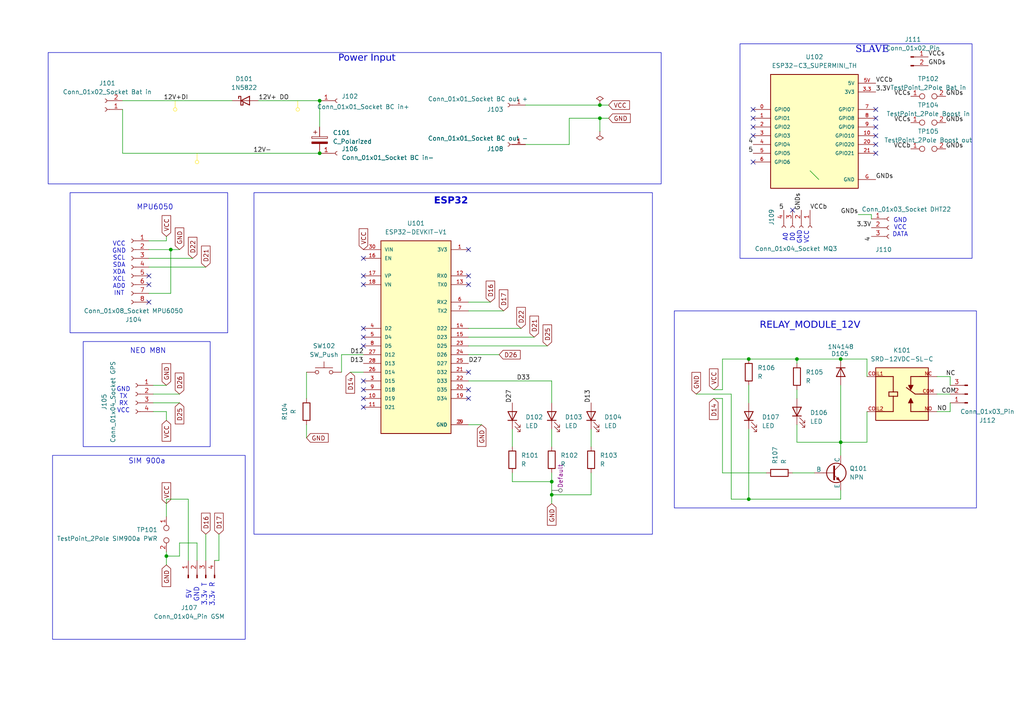
<source format=kicad_sch>
(kicad_sch (version 20250114) (generator "eeschema") (generator_version "9.0")
  (paper "A4")
  (lib_symbols
    (symbol "Connector:Conn_01x01_Socket" (pin_names (offset 1.016) (hide yes))
      (property "Reference" "J" (at 0 2.54 0))
      (property "Value" "Conn_01x01_Socket" (at 0 -2.54 0))
      (symbol "Conn_01x01_Socket_1_1"
        (polyline (pts (xy -1.27 0) (xy -0.508 0)) (stroke (width 0.1524)))
        (arc (start 0 -0.508) (mid -0.5058 0) (end 0 0.508) (stroke (width 0.1524)))
        (pin passive line (at -5.08 0 0) (length 3.81) (name "Pin_1") (number "1"))
      )
    )
    (symbol "Connector:Conn_01x02_Pin" (pin_names (offset 1.016) (hide yes))
      (property "Reference" "J" (at 0 2.54 0))
      (property "Value" "Conn_01x02_Pin" (at 0 -5.08 0))
      (symbol "Conn_01x02_Pin_1_1"
        (rectangle (start 0.8636 0.127) (end 0 -0.127) (stroke (width 0.1524)) (fill (type outline)))
        (rectangle (start 0.8636 -2.413) (end 0 -2.667) (stroke (width 0.1524)) (fill (type outline)))
        (polyline (pts (xy 1.27 0) (xy 0.8636 0)) (stroke (width 0.1524)))
        (polyline (pts (xy 1.27 -2.54) (xy 0.8636 -2.54)) (stroke (width 0.1524)))
        (pin passive line (at 5.08 0 180) (length 3.81) (name "Pin_1") (number "1"))
        (pin passive line (at 5.08 -2.54 180) (length 3.81) (name "Pin_2") (number "2"))
      )
    )
    (symbol "Connector:Conn_01x02_Socket" (pin_names (offset 1.016) (hide yes))
      (property "Reference" "J" (at 0 2.54 0))
      (property "Value" "Conn_01x02_Socket" (at 0 -5.08 0))
      (symbol "Conn_01x02_Socket_1_1"
        (polyline (pts (xy -1.27 0) (xy -0.508 0)) (stroke (width 0.1524)))
        (polyline (pts (xy -1.27 -2.54) (xy -0.508 -2.54)) (stroke (width 0.1524)))
        (arc (start 0 -0.508) (mid -0.5058 0) (end 0 0.508) (stroke (width 0.1524)))
        (arc (start 0 -3.048) (mid -0.5058 -2.54) (end 0 -2.032) (stroke (width 0.1524)))
        (pin passive line (at -5.08 0 0) (length 3.81) (name "Pin_1") (number "1"))
        (pin passive line (at -5.08 -2.54 0) (length 3.81) (name "Pin_2") (number "2"))
      )
    )
    (symbol "Connector:Conn_01x03_Pin" (pin_names (offset 1.016) (hide yes))
      (property "Reference" "J" (at 0 5.08 0))
      (property "Value" "Conn_01x03_Pin" (at 0 -5.08 0))
      (symbol "Conn_01x03_Pin_1_1"
        (rectangle (start 0.8636 2.667) (end 0 2.413) (stroke (width 0.1524)) (fill (type outline)))
        (rectangle (start 0.8636 0.127) (end 0 -0.127) (stroke (width 0.1524)) (fill (type outline)))
        (rectangle (start 0.8636 -2.413) (end 0 -2.667) (stroke (width 0.1524)) (fill (type outline)))
        (polyline (pts (xy 1.27 2.54) (xy 0.8636 2.54)) (stroke (width 0.1524)))
        (polyline (pts (xy 1.27 0) (xy 0.8636 0)) (stroke (width 0.1524)))
        (polyline (pts (xy 1.27 -2.54) (xy 0.8636 -2.54)) (stroke (width 0.1524)))
        (pin passive line (at 5.08 2.54 180) (length 3.81) (name "Pin_1") (number "1"))
        (pin passive line (at 5.08 0 180) (length 3.81) (name "Pin_2") (number "2"))
        (pin passive line (at 5.08 -2.54 180) (length 3.81) (name "Pin_3") (number "3"))
      )
    )
    (symbol "Connector:Conn_01x03_Socket" (pin_names (offset 1.016) (hide yes))
      (property "Reference" "J" (at 0 5.08 0))
      (property "Value" "Conn_01x03_Socket" (at 0 -5.08 0))
      (symbol "Conn_01x03_Socket_1_1"
        (polyline (pts (xy -1.27 2.54) (xy -0.508 2.54)) (stroke (width 0.1524)))
        (polyline (pts (xy -1.27 0) (xy -0.508 0)) (stroke (width 0.1524)))
        (polyline (pts (xy -1.27 -2.54) (xy -0.508 -2.54)) (stroke (width 0.1524)))
        (arc (start 0 2.032) (mid -0.5058 2.54) (end 0 3.048) (stroke (width 0.1524)))
        (arc (start 0 -0.508) (mid -0.5058 0) (end 0 0.508) (stroke (width 0.1524)))
        (arc (start 0 -3.048) (mid -0.5058 -2.54) (end 0 -2.032) (stroke (width 0.1524)))
        (pin passive line (at -5.08 2.54 0) (length 3.81) (name "Pin_1") (number "1"))
        (pin passive line (at -5.08 0 0) (length 3.81) (name "Pin_2") (number "2"))
        (pin passive line (at -5.08 -2.54 0) (length 3.81) (name "Pin_3") (number "3"))
      )
    )
    (symbol "Connector:Conn_01x04_Pin" (pin_names (offset 1.016) (hide yes))
      (property "Reference" "J" (at 0 5.08 0))
      (property "Value" "Conn_01x04_Pin" (at 0 -7.62 0))
      (symbol "Conn_01x04_Pin_1_1"
        (rectangle (start 0.8636 2.667) (end 0 2.413) (stroke (width 0.1524)) (fill (type outline)))
        (rectangle (start 0.8636 0.127) (end 0 -0.127) (stroke (width 0.1524)) (fill (type outline)))
        (rectangle (start 0.8636 -2.413) (end 0 -2.667) (stroke (width 0.1524)) (fill (type outline)))
        (rectangle (start 0.8636 -4.953) (end 0 -5.207) (stroke (width 0.1524)) (fill (type outline)))
        (polyline (pts (xy 1.27 2.54) (xy 0.8636 2.54)) (stroke (width 0.1524)))
        (polyline (pts (xy 1.27 0) (xy 0.8636 0)) (stroke (width 0.1524)))
        (polyline (pts (xy 1.27 -2.54) (xy 0.8636 -2.54)) (stroke (width 0.1524)))
        (polyline (pts (xy 1.27 -5.08) (xy 0.8636 -5.08)) (stroke (width 0.1524)))
        (pin passive line (at 5.08 2.54 180) (length 3.81) (name "Pin_1") (number "1"))
        (pin passive line (at 5.08 0 180) (length 3.81) (name "Pin_2") (number "2"))
        (pin passive line (at 5.08 -2.54 180) (length 3.81) (name "Pin_3") (number "3"))
        (pin passive line (at 5.08 -5.08 180) (length 3.81) (name "Pin_4") (number "4"))
      )
    )
    (symbol "Connector:Conn_01x04_Socket" (pin_names (offset 1.016) (hide yes))
      (property "Reference" "J" (at 0 5.08 0))
      (property "Value" "Conn_01x04_Socket" (at 0 -7.62 0))
      (symbol "Conn_01x04_Socket_1_1"
        (polyline (pts (xy -1.27 2.54) (xy -0.508 2.54)) (stroke (width 0.1524)))
        (polyline (pts (xy -1.27 0) (xy -0.508 0)) (stroke (width 0.1524)))
        (polyline (pts (xy -1.27 -2.54) (xy -0.508 -2.54)) (stroke (width 0.1524)))
        (polyline (pts (xy -1.27 -5.08) (xy -0.508 -5.08)) (stroke (width 0.1524)))
        (arc (start 0 2.032) (mid -0.5058 2.54) (end 0 3.048) (stroke (width 0.1524)))
        (arc (start 0 -0.508) (mid -0.5058 0) (end 0 0.508) (stroke (width 0.1524)))
        (arc (start 0 -3.048) (mid -0.5058 -2.54) (end 0 -2.032) (stroke (width 0.1524)))
        (arc (start 0 -5.588) (mid -0.5058 -5.08) (end 0 -4.572) (stroke (width 0.1524)))
        (pin passive line (at -5.08 2.54 0) (length 3.81) (name "Pin_1") (number "1"))
        (pin passive line (at -5.08 0 0) (length 3.81) (name "Pin_2") (number "2"))
        (pin passive line (at -5.08 -2.54 0) (length 3.81) (name "Pin_3") (number "3"))
        (pin passive line (at -5.08 -5.08 0) (length 3.81) (name "Pin_4") (number "4"))
      )
    )
    (symbol "Connector:Conn_01x08_Socket" (pin_names (offset 1.016) (hide yes))
      (property "Reference" "J" (at 0 10.16 0))
      (property "Value" "Conn_01x08_Socket" (at 0 -12.7 0))
      (symbol "Conn_01x08_Socket_1_1"
        (polyline (pts (xy -1.27 7.62) (xy -0.508 7.62)) (stroke (width 0.1524)))
        (polyline (pts (xy -1.27 5.08) (xy -0.508 5.08)) (stroke (width 0.1524)))
        (polyline (pts (xy -1.27 2.54) (xy -0.508 2.54)) (stroke (width 0.1524)))
        (polyline (pts (xy -1.27 0) (xy -0.508 0)) (stroke (width 0.1524)))
        (polyline (pts (xy -1.27 -2.54) (xy -0.508 -2.54)) (stroke (width 0.1524)))
        (polyline (pts (xy -1.27 -5.08) (xy -0.508 -5.08)) (stroke (width 0.1524)))
        (polyline (pts (xy -1.27 -7.62) (xy -0.508 -7.62)) (stroke (width 0.1524)))
        (polyline (pts (xy -1.27 -10.16) (xy -0.508 -10.16)) (stroke (width 0.1524)))
        (arc (start 0 7.112) (mid -0.5058 7.62) (end 0 8.128) (stroke (width 0.1524)))
        (arc (start 0 4.572) (mid -0.5058 5.08) (end 0 5.588) (stroke (width 0.1524)))
        (arc (start 0 2.032) (mid -0.5058 2.54) (end 0 3.048) (stroke (width 0.1524)))
        (arc (start 0 -0.508) (mid -0.5058 0) (end 0 0.508) (stroke (width 0.1524)))
        (arc (start 0 -3.048) (mid -0.5058 -2.54) (end 0 -2.032) (stroke (width 0.1524)))
        (arc (start 0 -5.588) (mid -0.5058 -5.08) (end 0 -4.572) (stroke (width 0.1524)))
        (arc (start 0 -8.128) (mid -0.5058 -7.62) (end 0 -7.112) (stroke (width 0.1524)))
        (arc (start 0 -10.668) (mid -0.5058 -10.16) (end 0 -9.652) (stroke (width 0.1524)))
        (pin passive line (at -5.08 7.62 0) (length 3.81) (name "Pin_1") (number "1"))
        (pin passive line (at -5.08 5.08 0) (length 3.81) (name "Pin_2") (number "2"))
        (pin passive line (at -5.08 2.54 0) (length 3.81) (name "Pin_3") (number "3"))
        (pin passive line (at -5.08 0 0) (length 3.81) (name "Pin_4") (number "4"))
        (pin passive line (at -5.08 -2.54 0) (length 3.81) (name "Pin_5") (number "5"))
        (pin passive line (at -5.08 -5.08 0) (length 3.81) (name "Pin_6") (number "6"))
        (pin passive line (at -5.08 -7.62 0) (length 3.81) (name "Pin_7") (number "7"))
        (pin passive line (at -5.08 -10.16 0) (length 3.81) (name "Pin_8") (number "8"))
      )
    )
    (symbol "Connector:TestPoint_2Pole" (pin_names (offset 0.762) (hide yes))
      (property "Reference" "TP" (at 0 1.524 0))
      (property "Value" "TestPoint_2Pole" (at 0 -1.778 0))
      (symbol "TestPoint_2Pole_0_1"
        (circle (center -1.778 0) (radius 0.762))
        (circle (center 1.778 0) (radius 0.762))
        (pin passive line (at -5.08 0 0) (length 2.54) (name "1") (number "1"))
        (pin passive line (at 5.08 0 180) (length 2.54) (name "2") (number "2"))
      )
    )
    (symbol "Device:C_Polarized" (pin_numbers (hide yes)) (pin_names (offset 0.254))
      (property "Reference" "C" (at 0.635 2.54 0))
      (property "Value" "C_Polarized" (at 0.635 -2.54 0))
      (symbol "C_Polarized_0_1"
        (rectangle (start -2.286 0.508) (end 2.286 1.016))
        (polyline (pts (xy -1.778 2.286) (xy -0.762 2.286)))
        (polyline (pts (xy -1.27 2.794) (xy -1.27 1.778)))
        (rectangle (start 2.286 -0.508) (end -2.286 -1.016) (fill (type outline)))
      )
      (symbol "C_Polarized_1_1"
        (pin passive line (at 0 3.81 270) (length 2.794) (name "~") (number "1"))
        (pin passive line (at 0 -3.81 90) (length 2.794) (name "~") (number "2"))
      )
    )
    (symbol "Device:LED" (pin_numbers (hide yes)) (pin_names (offset 1.016) (hide yes))
      (property "Reference" "D" (at 0 2.54 0))
      (property "Value" "LED" (at 0 -2.54 0))
      (symbol "LED_0_1"
        (polyline (pts (xy -3.048 -0.762) (xy -4.572 -2.286) (xy -3.81 -2.286) (xy -4.572 -2.286) (xy -4.572 -1.524)))
        (polyline (pts (xy -1.778 -0.762) (xy -3.302 -2.286) (xy -2.54 -2.286) (xy -3.302 -2.286) (xy -3.302 -1.524)))
        (polyline (pts (xy -1.27 0) (xy 1.27 0)))
        (polyline (pts (xy -1.27 -1.27) (xy -1.27 1.27)) (stroke (width 0.254)))
        (polyline (pts (xy 1.27 -1.27) (xy 1.27 1.27) (xy -1.27 0) (xy 1.27 -1.27)) (stroke (width 0.254)))
      )
      (symbol "LED_1_1"
        (pin passive line (at -3.81 0 0) (length 2.54) (name "K") (number "1"))
        (pin passive line (at 3.81 0 180) (length 2.54) (name "A") (number "2"))
      )
    )
    (symbol "Device:R" (pin_numbers (hide yes)) (pin_names (offset 0))
      (property "Reference" "R" (at 2.032 0 90))
      (property "Value" "R" (at 0 0 90))
      (symbol "R_0_1"
        (rectangle (start -1.016 -2.54) (end 1.016 2.54) (stroke (width 0.254)))
      )
      (symbol "R_1_1"
        (pin passive line (at 0 3.81 270) (length 1.27) (name "~") (number "1"))
        (pin passive line (at 0 -3.81 90) (length 1.27) (name "~") (number "2"))
      )
    )
    (symbol "Diode:1N4148" (pin_numbers (hide yes)) (pin_names (hide yes))
      (property "Reference" "D" (at 0 2.54 0))
      (property "Value" "1N4148" (at 0 -2.54 0))
      (symbol "1N4148_0_1"
        (polyline (pts (xy -1.27 1.27) (xy -1.27 -1.27)) (stroke (width 0.254)))
        (polyline (pts (xy 1.27 1.27) (xy 1.27 -1.27) (xy -1.27 0) (xy 1.27 1.27)) (stroke (width 0.254)))
        (polyline (pts (xy 1.27 0) (xy -1.27 0)))
      )
      (symbol "1N4148_1_1"
        (pin passive line (at -3.81 0 0) (length 2.54) (name "K") (number "1"))
        (pin passive line (at 3.81 0 180) (length 2.54) (name "A") (number "2"))
      )
    )
    (symbol "Diode:1N5822" (pin_numbers (hide yes)) (pin_names (offset 1.016) (hide yes))
      (property "Reference" "D" (at 0 2.54 0))
      (property "Value" "1N5822" (at 0 -2.54 0))
      (symbol "1N5822_0_1"
        (polyline (pts (xy -1.905 0.635) (xy -1.905 1.27) (xy -1.27 1.27) (xy -1.27 -1.27) (xy -0.635 -1.27) (xy -0.635 -0.635)) (stroke (width 0.254)))
        (polyline (pts (xy 1.27 1.27) (xy 1.27 -1.27) (xy -1.27 0) (xy 1.27 1.27)) (stroke (width 0.254)))
        (polyline (pts (xy 1.27 0) (xy -1.27 0)))
      )
      (symbol "1N5822_1_1"
        (pin passive line (at -3.81 0 0) (length 2.54) (name "K") (number "1"))
        (pin passive line (at 3.81 0 180) (length 2.54) (name "A") (number "2"))
      )
    )
    (symbol "ESP32-C3_SUPERMINI_TH:ESP32-C3_SUPERMINI_TH" (pin_names (offset 1.016))
      (property "Reference" "U" (at -12.7 16.002 0))
      (property "Value" "ESP32-C3_SUPERMINI_TH" (at -12.7 -20.32 0))
      (symbol "ESP32-C3_SUPERMINI_TH_0_0"
        (rectangle (start -12.7 -17.78) (end 12.7 15.24) (stroke (width 0.254)) (fill (type background)))
        (pin bidirectional line (at -17.78 5.08 0) (length 5.08) (name "GPIO0") (number "0"))
        (pin bidirectional line (at -17.78 2.54 0) (length 5.08) (name "GPIO1") (number "1"))
        (pin bidirectional line (at -17.78 0 0) (length 5.08) (name "GPIO2") (number "2"))
        (pin bidirectional line (at -17.78 -2.54 0) (length 5.08) (name "GPIO3") (number "3"))
        (pin bidirectional line (at -17.78 -5.08 0) (length 5.08) (name "GPIO4") (number "4"))
        (pin bidirectional line (at -17.78 -7.62 0) (length 5.08) (name "GPIO5") (number "5"))
        (pin bidirectional line (at -17.78 -10.16 0) (length 5.08) (name "GPIO6") (number "6"))
        (pin power_in line (at 17.78 12.7 180) (length 5.08) (name "5V") (number "5V"))
        (pin power_in line (at 17.78 10.16 180) (length 5.08) (name "3V3") (number "3.3"))
        (pin bidirectional line (at 17.78 5.08 180) (length 5.08) (name "GPIO7") (number "7"))
        (pin bidirectional line (at 17.78 2.54 180) (length 5.08) (name "GPIO8") (number "8"))
        (pin bidirectional line (at 17.78 0 180) (length 5.08) (name "GPIO9") (number "9"))
        (pin bidirectional line (at 17.78 -2.54 180) (length 5.08) (name "GPIO10") (number "10"))
        (pin bidirectional line (at 17.78 -5.08 180) (length 5.08) (name "GPIO20") (number "20"))
        (pin bidirectional line (at 17.78 -7.62 180) (length 5.08) (name "GPIO21") (number "21"))
        (pin power_in line (at 17.78 -15.24 180) (length 5.08) (name "GND") (number "G"))
      )
    )
    (symbol "ESP32-DEVKIT-V1:ESP32-DEVKIT-V1" (pin_names (offset 1.016))
      (property "Reference" "U" (at -10.16 30.48 0))
      (property "Value" "ESP32-DEVKIT-V1" (at -10.16 -30.48 0))
      (symbol "ESP32-DEVKIT-V1_0_0"
        (rectangle (start -10.16 -27.94) (end 10.16 27.94) (stroke (width 0.254)) (fill (type background)))
        (pin input line (at -15.24 25.4 0) (length 5.08) (name "VIN") (number "30"))
        (pin input line (at -15.24 22.86 0) (length 5.08) (name "EN") (number "16"))
        (pin bidirectional line (at -15.24 17.78 0) (length 5.08) (name "VP") (number "17"))
        (pin bidirectional line (at -15.24 15.24 0) (length 5.08) (name "VN") (number "18"))
        (pin bidirectional line (at -15.24 2.54 0) (length 5.08) (name "D2") (number "4"))
        (pin bidirectional line (at -15.24 0 0) (length 5.08) (name "D4") (number "5"))
        (pin bidirectional line (at -15.24 -2.54 0) (length 5.08) (name "D5") (number "8"))
        (pin bidirectional line (at -15.24 -5.08 0) (length 5.08) (name "D12") (number "27"))
        (pin bidirectional line (at -15.24 -7.62 0) (length 5.08) (name "D13") (number "28"))
        (pin bidirectional line (at -15.24 -10.16 0) (length 5.08) (name "D14") (number "26"))
        (pin bidirectional line (at -15.24 -12.7 0) (length 5.08) (name "D15") (number "3"))
        (pin bidirectional line (at -15.24 -15.24 0) (length 5.08) (name "D18") (number "9"))
        (pin bidirectional line (at -15.24 -17.78 0) (length 5.08) (name "D19") (number "10"))
        (pin bidirectional line (at -15.24 -20.32 0) (length 5.08) (name "D21") (number "11"))
        (pin output line (at 15.24 25.4 180) (length 5.08) (name "3V3") (number "1"))
        (pin input line (at 15.24 17.78 180) (length 5.08) (name "RX0") (number "12"))
        (pin output line (at 15.24 15.24 180) (length 5.08) (name "TX0") (number "13"))
        (pin input line (at 15.24 10.16 180) (length 5.08) (name "RX2") (number "6"))
        (pin output line (at 15.24 7.62 180) (length 5.08) (name "TX2") (number "7"))
        (pin bidirectional line (at 15.24 2.54 180) (length 5.08) (name "D22") (number "14"))
        (pin bidirectional line (at 15.24 0 180) (length 5.08) (name "D23") (number "15"))
        (pin bidirectional line (at 15.24 -2.54 180) (length 5.08) (name "D25") (number "23"))
        (pin bidirectional line (at 15.24 -5.08 180) (length 5.08) (name "D26") (number "24"))
        (pin bidirectional line (at 15.24 -7.62 180) (length 5.08) (name "D27") (number "25"))
        (pin bidirectional line (at 15.24 -10.16 180) (length 5.08) (name "D32") (number "21"))
        (pin bidirectional line (at 15.24 -12.7 180) (length 5.08) (name "D33") (number "22"))
        (pin bidirectional line (at 15.24 -15.24 180) (length 5.08) (name "D35") (number "20"))
        (pin bidirectional line (at 15.24 -17.78 180) (length 5.08) (name "D34") (number "19"))
        (pin power_in line (at 15.24 -25.4 180) (length 5.08) (name "GND") (number "2"))
        (pin power_in line (at 15.24 -25.4 180) (length 5.08) (name "GND") (number "29"))
      )
    )
    (symbol "Relay:SRD-12VDC-SL-C" (pin_names (offset 1.016))
      (property "Reference" "K" (at -7.62 8.89 0))
      (property "Value" "SRD-12VDC-SL-C" (at -7.62 -10.16 0))
      (symbol "SRD-12VDC-SL-C_0_0"
        (polyline (pts (xy -7.62 5.08) (xy -2.54 5.08)) (stroke (width 0.254)))
        (polyline (pts (xy -7.62 -5.08) (xy -2.54 -5.08)) (stroke (width 0.254)))
        (rectangle (start -7.62 -7.62) (end 7.62 7.62) (stroke (width 0.254)) (fill (type background)))
        (polyline (pts (xy -3.81 0.635) (xy -2.54 0.635)) (stroke (width 0.254)))
        (polyline (pts (xy -3.81 -0.635) (xy -3.81 0.635)) (stroke (width 0.254)))
        (polyline (pts (xy -2.54 5.08) (xy -2.54 0.635)) (stroke (width 0.254)))
        (polyline (pts (xy -2.54 0.635) (xy -1.27 0.635)) (stroke (width 0.254)))
        (polyline (pts (xy -2.54 -0.635) (xy -3.81 -0.635)) (stroke (width 0.254)))
        (polyline (pts (xy -2.54 -0.635) (xy -2.54 -5.08)) (stroke (width 0.254)))
        (polyline (pts (xy -1.27 0.635) (xy -1.27 -0.635)) (stroke (width 0.254)))
        (polyline (pts (xy -1.27 -0.635) (xy -2.54 -0.635)) (stroke (width 0.254)))
        (polyline (pts (xy 1.905 -2.54) (xy 3.175 -2.54) (xy 2.54 -1.27) (xy 1.905 -2.54)) (stroke (width 0.254)) (fill (type outline)))
        (polyline (pts (xy 2.54 5.08) (xy 2.54 2.54)) (stroke (width 0.254)))
        (polyline (pts (xy 2.54 5.08) (xy 7.62 5.08)) (stroke (width 0.254)))
        (polyline (pts (xy 2.54 -5.08) (xy 2.54 -2.54)) (stroke (width 0.254)))
        (polyline (pts (xy 3.175 2.54) (xy 1.905 2.54) (xy 2.54 1.27) (xy 3.175 2.54)) (stroke (width 0.254)) (fill (type outline)))
        (polyline (pts (xy 3.81 0) (xy 1.27 1.905)) (stroke (width 0.254)))
        (polyline (pts (xy 7.62 0) (xy 3.81 0)) (stroke (width 0.254)))
        (polyline (pts (xy 7.62 -5.08) (xy 2.54 -5.08)) (stroke (width 0.254)))
        (pin passive line (at -10.16 5.08 0) (length 5.08) (name "~") (number "COIL1"))
        (pin passive line (at -10.16 -5.08 0) (length 5.08) (name "~") (number "COIL2"))
        (pin passive line (at 10.16 5.08 180) (length 5.08) (name "~") (number "NC"))
        (pin passive line (at 10.16 0 180) (length 5.08) (name "~") (number "COM"))
        (pin passive line (at 10.16 -5.08 180) (length 5.08) (name "~") (number "NO"))
      )
    )
    (symbol "Simulation_SPICE:NPN" (pin_numbers (hide yes)) (pin_names (offset 0))
      (property "Reference" "Q" (at -2.54 7.62 0))
      (property "Value" "NPN" (at -2.54 5.08 0))
      (symbol "NPN_0_1"
        (polyline (pts (xy -2.54 0) (xy 0.635 0)) (stroke (width 0.1524)))
        (polyline (pts (xy 0.635 1.905) (xy 0.635 -1.905) (xy 0.635 -1.905)) (stroke (width 0.508)))
        (polyline (pts (xy 0.635 0.635) (xy 2.54 2.54)))
        (polyline (pts (xy 0.635 -0.635) (xy 2.54 -2.54) (xy 2.54 -2.54)))
        (circle (center 1.27 0) (radius 2.8194) (stroke (width 0.254)))
        (polyline (pts (xy 1.27 -1.778) (xy 1.778 -1.27) (xy 2.286 -2.286) (xy 1.27 -1.778) (xy 1.27 -1.778)) (fill (type outline)))
        (polyline (pts (xy 2.794 -1.27) (xy 2.794 -1.27)) (stroke (width 0.1524)))
        (polyline (pts (xy 2.794 -1.27) (xy 2.794 -1.27)) (stroke (width 0.1524)))
      )
      (symbol "NPN_1_1"
        (pin input line (at -5.08 0 0) (length 2.54) (name "B") (number "2"))
        (pin open_collector line (at 2.54 5.08 270) (length 2.54) (name "C") (number "1"))
        (pin open_emitter line (at 2.54 -5.08 90) (length 2.54) (name "E") (number "3"))
      )
    )
    (symbol "Switch:SW_Push" (pin_numbers (hide yes)) (pin_names (offset 1.016) (hide yes))
      (property "Reference" "SW" (at 1.27 2.54 0))
      (property "Value" "SW_Push" (at 0 -1.524 0))
      (symbol "SW_Push_0_1"
        (circle (center -2.032 0) (radius 0.508))
        (polyline (pts (xy 0 1.27) (xy 0 3.048)))
        (circle (center 2.032 0) (radius 0.508))
        (polyline (pts (xy 2.54 1.27) (xy -2.54 1.27)))
        (pin passive line (at -5.08 0 0) (length 2.54) (name "1") (number "1"))
        (pin passive line (at 5.08 0 180) (length 2.54) (name "2") (number "2"))
      )
    )
    (symbol "power:PWR_FLAG" (power) (pin_numbers (hide yes)) (pin_names (offset 0) (hide yes))
      (property "Value" "PWR_FLAG" (at 0 3.81 0))
      (symbol "PWR_FLAG_0_0"
        (pin power_out line (at 0 0 90) (length 0) (name "~") (number "1"))
      )
      (symbol "PWR_FLAG_0_1"
        (polyline (pts (xy 0 0) (xy 0 1.27) (xy -1.016 1.905) (xy 0 2.54) (xy 1.016 1.905) (xy 0 1.27)))
      )
    )
  )
  (rectangle (start 73.66 55.88) (end 189.23 154.94))
  (rectangle (start 195.58 90.17) (end 283.21 147.32))
  (rectangle (start 13.97 15.24) (end 191.77 53.34))
  (rectangle (start 24.13 99.06) (end 60.96 129.54))
  (rectangle (start 214.63 12.7) (end 281.94 74.93))
  (rectangle (start 15.24 132.08) (end 71.12 185.42))
  (rectangle (start 20.32 55.88) (end 66.04 96.52))
  (text "SLAVE\n" (at 252.984 14.986 0) (effects (font (size 2 2))))
  (text "A0\nD0\nGND\nVCC\n" (at 230.886 68.834 90) (effects (font (size 1.27 1.27))))
  (text "VCC\nGND\nSCL\nSDA\nXDA\nXCL\nAD0\nINT" (at 34.544 77.978 0) (effects (font (size 1.27 1.27))))
  (text "RELAY_MODULE_12V" (at 234.95 94.996 0) (effects (font (size 2 2))))
  (text "ESP32\n" (at 130.81 58.928 0) (effects (font (size 2 2) (thickness 0.254) (bold yes))))
  (text "5V\nGND\n3.3v T\n3.3v R" (at 58.166 172.466 90) (effects (font (size 1.4 1.4))))
  (text "SIM 900a " (at 43.18 133.858 0) (effects (font (size 1.5 1.5))))
  (text "NEO M8N" (at 42.926 101.854 0) (effects (font (size 1.5 1.5))))
  (text "GND\nTX\nRX\nVCC" (at 35.814 116.078 0) (effects (font (size 1.27 1.27))))
  (text "GND\nVCC\nDATA\n" (at 261.112 66.04 0) (effects (font (size 1.27 1.27))))
  (text "Power Input" (at 106.426 17.526 0) (effects (font (size 2 2))))
  (text "MPU6050" (at 44.958 60.198 0) (effects (font (size 1.5 1.5))))
  (junction (at 217.17 104.14))
  (junction (at 49.53 72.39))
  (junction (at 173.99 34.29))
  (junction (at 243.84 104.14))
  (junction (at 92.71 44.45))
  (junction (at 48.26 161.29))
  (junction (at 243.84 128.27))
  (junction (at 231.14 104.14))
  (junction (at 160.02 139.7))
  (junction (at 160.02 143.51))
  (junction (at 92.71 29.21))
  (junction (at 217.17 144.78))
  (junction (at 173.99 30.48))
  (no_connect (at 218.44 34.29))
  (no_connect (at 105.41 110.49))
  (no_connect (at 43.18 80.01))
  (no_connect (at 254 44.45))
  (no_connect (at 254 39.37))
  (no_connect (at 105.41 80.01))
  (no_connect (at 218.44 39.37))
  (no_connect (at 254 31.75))
  (no_connect (at 105.41 95.25))
  (no_connect (at 135.89 72.39))
  (no_connect (at 43.18 82.55))
  (no_connect (at 135.89 113.03))
  (no_connect (at 135.89 82.55))
  (no_connect (at 254 41.91))
  (no_connect (at 254 36.83))
  (no_connect (at 218.44 31.75))
  (no_connect (at 218.44 36.83))
  (no_connect (at 135.89 80.01))
  (no_connect (at 105.41 100.33))
  (no_connect (at 105.41 113.03))
  (no_connect (at 218.44 46.99))
  (no_connect (at 229.87 60.96))
  (no_connect (at 135.89 107.95))
  (no_connect (at 254 34.29))
  (no_connect (at 105.41 115.57))
  (no_connect (at 105.41 74.93))
  (no_connect (at 105.41 118.11))
  (no_connect (at 135.89 115.57))
  (no_connect (at 105.41 97.79))
  (no_connect (at 105.41 82.55))
  (no_connect (at 43.18 87.63))
  (bus_entry (at 234.95 49.53) (size 2.54 2.54))
  (wire (pts (xy 74.93 29.21) (xy 92.71 29.21)))
  (wire (pts (xy 88.9 127) (xy 88.9 123.19)))
  (wire (pts (xy 165.1 41.91) (xy 165.1 34.29)))
  (wire (pts (xy 231.14 123.19) (xy 231.14 128.27)))
  (wire (pts (xy 160.02 139.7) (xy 160.02 143.51)))
  (wire (pts (xy 99.06 102.87) (xy 105.41 102.87)))
  (wire (pts (xy 243.84 128.27) (xy 251.46 128.27)))
  (wire (pts (xy 44.45 119.38) (xy 48.26 119.38)))
  (wire (pts (xy 165.1 34.29) (xy 173.99 34.29)))
  (wire (pts (xy 176.53 30.48) (xy 173.99 30.48)))
  (wire (pts (xy 135.89 110.49) (xy 160.02 110.49)))
  (wire (pts (xy 92.71 29.21) (xy 92.71 36.83)))
  (wire (pts (xy 275.59 119.38) (xy 271.78 119.38)))
  (wire (pts (xy 217.17 124.46) (xy 217.17 144.78)))
  (wire (pts (xy 148.59 137.16) (xy 148.59 139.7)))
  (wire (pts (xy 173.99 38.1) (xy 173.99 34.29)))
  (wire (pts (xy 217.17 104.14) (xy 231.14 104.14)))
  (wire (pts (xy 160.02 124.46) (xy 160.02 129.54)))
  (wire (pts (xy 54.61 162.56) (xy 54.61 144.78)))
  (wire (pts (xy 57.15 157.48) (xy 52.07 157.48)))
  (wire (pts (xy 171.45 124.46) (xy 171.45 129.54)))
  (wire (pts (xy 135.89 90.17) (xy 146.05 90.17)))
  (wire (pts (xy 243.84 111.76) (xy 243.84 128.27)))
  (wire (pts (xy 44.45 116.84) (xy 52.07 116.84)))
  (wire (pts (xy 44.45 111.76) (xy 48.26 111.76)))
  (wire (pts (xy 48.26 161.29) (xy 48.26 163.83)))
  (wire (pts (xy 48.26 144.78) (xy 48.26 149.86)))
  (wire (pts (xy 49.53 85.09) (xy 49.53 72.39)))
  (wire (pts (xy 222.25 137.16) (xy 209.55 137.16)))
  (wire (pts (xy 43.18 74.93) (xy 55.88 74.93)))
  (wire (pts (xy 88.9 115.57) (xy 88.9 107.95)))
  (wire (pts (xy 57.15 162.56) (xy 57.15 157.48)))
  (wire (pts (xy 43.18 85.09) (xy 49.53 85.09)))
  (wire (pts (xy 251.46 104.14) (xy 251.46 109.22)))
  (wire (pts (xy 201.93 114.3) (xy 212.09 114.3)))
  (wire (pts (xy 148.59 124.46) (xy 148.59 129.54)))
  (wire (pts (xy 252.73 62.23) (xy 252.73 63.5)))
  (wire (pts (xy 135.89 102.87) (xy 144.78 102.87)))
  (wire (pts (xy 43.18 72.39) (xy 49.53 72.39)))
  (wire (pts (xy 160.02 143.51) (xy 160.02 146.05)))
  (wire (pts (xy 229.87 137.16) (xy 236.22 137.16)))
  (wire (pts (xy 54.61 144.78) (xy 48.26 144.78)))
  (wire (pts (xy 231.14 104.14) (xy 243.84 104.14)))
  (wire (pts (xy 176.53 34.29) (xy 173.99 34.29)))
  (wire (pts (xy 63.5 154.94) (xy 63.5 162.56)))
  (wire (pts (xy 135.89 123.19) (xy 139.7 123.19)))
  (wire (pts (xy 35.56 29.21) (xy 67.31 29.21)))
  (wire (pts (xy 52.07 157.48) (xy 52.07 161.29)))
  (wire (pts (xy 148.59 139.7) (xy 160.02 139.7)))
  (wire (pts (xy 243.84 128.27) (xy 243.84 132.08)))
  (wire (pts (xy 207.01 115.57) (xy 209.55 115.57)))
  (wire (pts (xy 231.14 104.14) (xy 231.14 105.41)))
  (wire (pts (xy 152.4 41.91) (xy 165.1 41.91)))
  (wire (pts (xy 275.59 116.84) (xy 275.59 119.38)))
  (wire (pts (xy 52.07 161.29) (xy 48.26 161.29)))
  (wire (pts (xy 35.56 31.75) (xy 35.56 44.45)))
  (wire (pts (xy 160.02 110.49) (xy 160.02 116.84)))
  (wire (pts (xy 135.89 100.33) (xy 158.75 100.33)))
  (wire (pts (xy 171.45 137.16) (xy 171.45 143.51)))
  (wire (pts (xy 243.84 104.14) (xy 251.46 104.14)))
  (wire (pts (xy 171.45 143.51) (xy 160.02 143.51)))
  (wire (pts (xy 217.17 104.14) (xy 209.55 104.14)))
  (wire (pts (xy 59.69 154.94) (xy 59.69 162.56)))
  (wire (pts (xy 212.09 144.78) (xy 212.09 114.3)))
  (wire (pts (xy 248.92 62.23) (xy 252.73 62.23)))
  (wire (pts (xy 231.14 128.27) (xy 243.84 128.27)))
  (wire (pts (xy 35.56 44.45) (xy 92.71 44.45)))
  (wire (pts (xy 135.89 87.63) (xy 142.24 87.63)))
  (wire (pts (xy 48.26 119.38) (xy 48.26 121.92)))
  (wire (pts (xy 152.4 30.48) (xy 173.99 30.48)))
  (wire (pts (xy 217.17 144.78) (xy 212.09 144.78)))
  (wire (pts (xy 101.6 107.95) (xy 105.41 107.95)))
  (wire (pts (xy 271.78 114.3) (xy 275.59 114.3)))
  (wire (pts (xy 209.55 104.14) (xy 209.55 113.03)))
  (wire (pts (xy 275.59 111.76) (xy 275.59 109.22)))
  (wire (pts (xy 243.84 144.78) (xy 243.84 142.24)))
  (wire (pts (xy 63.5 162.56) (xy 62.23 162.56)))
  (wire (pts (xy 217.17 111.76) (xy 217.17 116.84)))
  (wire (pts (xy 135.89 97.79) (xy 154.94 97.79)))
  (wire (pts (xy 231.14 113.03) (xy 231.14 115.57)))
  (wire (pts (xy 217.17 144.78) (xy 243.84 144.78)))
  (wire (pts (xy 99.06 107.95) (xy 99.06 102.87)))
  (wire (pts (xy 44.45 114.3) (xy 52.07 114.3)))
  (wire (pts (xy 160.02 137.16) (xy 160.02 139.7)))
  (wire (pts (xy 43.18 69.85) (xy 48.26 69.85)))
  (wire (pts (xy 48.26 160.02) (xy 48.26 161.29)))
  (wire (pts (xy 49.53 72.39) (xy 52.07 72.39)))
  (wire (pts (xy 207.01 113.03) (xy 209.55 113.03)))
  (wire (pts (xy 251.46 128.27) (xy 251.46 119.38)))
  (wire (pts (xy 135.89 95.25) (xy 151.13 95.25)))
  (wire (pts (xy 48.26 69.85) (xy 48.26 68.58)))
  (wire (pts (xy 271.78 109.22) (xy 275.59 109.22)))
  (wire (pts (xy 43.18 77.47) (xy 59.69 77.47)))
  (wire (pts (xy 209.55 137.16) (xy 209.55 115.57)))
  (label "VCCb" (at 264.16 43.18 180))
  (label "COM" (at 273.05 114.3 0))
  (label "3.3V" (at 252.73 66.04 180))
  (label "12V-" (at 78.74 44.45 180))
  (label "12V+DI" (at 54.61 29.21 180))
  (label "5" (at 218.44 44.45 180))
  (label "NO" (at 271.78 119.38 0))
  (label "GNDs" (at 274.32 27.94 0))
  (label "GNDs" (at 274.32 43.18 0))
  (label "VCCs" (at 269.24 16.51 0))
  (label "3.3V" (at 254 26.67 0))
  (label "D12" (at 101.6 102.87 0))
  (label "12V+ DO" (at 83.82 29.21 180))
  (label "NC" (at 274.32 109.22 0))
  (label "5" (at 227.33 60.96 180))
  (label "GNDs" (at 232.41 60.96 90))
  (label "4" (at 252.73 68.58 270))
  (label "D13" (at 171.45 116.84 90))
  (label "VCCs" (at 264.16 27.94 180))
  (label "D27" (at 148.59 116.84 90))
  (label "D27" (at 135.89 105.41 0))
  (label "D13" (at 105.41 105.41 180))
  (label "VCCb" (at 254 24.13 0))
  (label "4" (at 218.44 41.91 180))
  (label "GNDs" (at 269.24 19.05 0))
  (label "GNDs" (at 248.92 62.23 180))
  (label "GNDs" (at 254 52.07 0))
  (label "GNDs" (at 274.32 35.56 0))
  (label "VCCs" (at 264.16 35.56 180))
  (label "D33" (at 149.86 110.49 0))
  (label "VCCb" (at 234.95 60.96 0))
  (global_label "D17" (shape input) (at 63.5 154.94 90) (property "Intersheetrefs" "${INTERSHEET_REFS}" (effects (hide yes))))
  (global_label "VCC" (shape input) (at 48.26 121.92 270) (property "Intersheetrefs" "${INTERSHEET_REFS}" (effects (hide yes))))
  (global_label "D26" (shape input) (at 144.78 102.87 0) (property "Intersheetrefs" "${INTERSHEET_REFS}" (effects (hide yes))))
  (global_label "GND" (shape input) (at 160.02 146.05 270) (property "Intersheetrefs" "${INTERSHEET_REFS}" (effects (hide yes))))
  (global_label "D14" (shape input) (at 207.01 115.57 270) (property "Intersheetrefs" "${INTERSHEET_REFS}" (effects (hide yes))))
  (global_label "VCC" (shape input) (at 48.26 146.05 90) (property "Intersheetrefs" "${INTERSHEET_REFS}" (effects (hide yes))))
  (global_label "VCC" (shape input) (at 48.26 68.58 90) (property "Intersheetrefs" "${INTERSHEET_REFS}" (effects (hide yes))))
  (global_label "GND" (shape input) (at 176.53 34.29 0) (property "Intersheetrefs" "${INTERSHEET_REFS}" (effects (hide yes))))
  (global_label "D16" (shape input) (at 142.24 87.63 90) (property "Intersheetrefs" "${INTERSHEET_REFS}" (effects (hide yes))))
  (global_label "GND" (shape input) (at 201.93 114.3 90) (property "Intersheetrefs" "${INTERSHEET_REFS}" (effects (hide yes))))
  (global_label "VCC" (shape input) (at 105.41 72.39 90) (property "Intersheetrefs" "${INTERSHEET_REFS}" (effects (hide yes))))
  (global_label "VCC" (shape input) (at 207.01 113.03 90) (property "Intersheetrefs" "${INTERSHEET_REFS}" (effects (hide yes))))
  (global_label "D22" (shape input) (at 55.88 74.93 90) (property "Intersheetrefs" "${INTERSHEET_REFS}" (effects (hide yes))))
  (global_label "D22" (shape input) (at 151.13 95.25 90) (property "Intersheetrefs" "${INTERSHEET_REFS}" (effects (hide yes))))
  (global_label "GND" (shape input) (at 48.26 163.83 270) (property "Intersheetrefs" "${INTERSHEET_REFS}" (effects (hide yes))))
  (global_label "GND" (shape input) (at 88.9 127 0) (property "Intersheetrefs" "${INTERSHEET_REFS}" (effects (hide yes))))
  (global_label "D26" (shape input) (at 52.07 114.3 90) (property "Intersheetrefs" "${INTERSHEET_REFS}" (effects (hide yes))))
  (global_label "GND" (shape input) (at 139.7 123.19 270) (property "Intersheetrefs" "${INTERSHEET_REFS}" (effects (hide yes))))
  (global_label "GND" (shape input) (at 52.07 72.39 90) (property "Intersheetrefs" "${INTERSHEET_REFS}" (effects (hide yes))))
  (global_label "GND" (shape input) (at 48.26 111.76 90) (property "Intersheetrefs" "${INTERSHEET_REFS}" (effects (hide yes))))
  (global_label "D21" (shape input) (at 154.94 97.79 90) (property "Intersheetrefs" "${INTERSHEET_REFS}" (effects (hide yes))))
  (global_label "D17" (shape input) (at 146.05 90.17 90) (property "Intersheetrefs" "${INTERSHEET_REFS}" (effects (hide yes))))
  (global_label "D25" (shape input) (at 52.07 116.84 270) (property "Intersheetrefs" "${INTERSHEET_REFS}" (effects (hide yes))))
  (global_label "D25" (shape input) (at 158.75 100.33 90) (property "Intersheetrefs" "${INTERSHEET_REFS}" (effects (hide yes))))
  (global_label "D21" (shape input) (at 59.69 77.47 90) (property "Intersheetrefs" "${INTERSHEET_REFS}" (effects (hide yes))))
  (global_label "VCC" (shape input) (at 176.53 30.48 0) (property "Intersheetrefs" "${INTERSHEET_REFS}" (effects (hide yes))))
  (global_label "D14" (shape input) (at 101.6 107.95 270) (property "Intersheetrefs" "${INTERSHEET_REFS}" (effects (hide yes))))
  (global_label "D16" (shape input) (at 59.69 154.94 90) (property "Intersheetrefs" "${INTERSHEET_REFS}" (effects (hide yes))))
  (netclass_flag "" (length 2.54) (shape round) (at 50.8 29.21 180) (property "Netclass" "PWR_12V" (effects (hide yes))))
  (netclass_flag "" (length 2.54) (shape round) (at 160.02 142.24 270) (property "Netclass" "Default" (at 162.56 141.5415 90) (effects (justify left))))
  (netclass_flag "" (length 2.54) (shape round) (at 86.36 29.21 180) (property "Netclass" "PWR_12V" (effects (hide yes))))
  (netclass_flag "" (length 2.54) (shape round) (at 57.15 44.45 180) (property "Netclass" "PWR_12V" (effects (hide yes))))
  (symbol (lib_id "Connector:Conn_01x04_Socket") (at 39.37 114.3 0) (mirror y) (unit 1)
    (property "Reference" "J105" (at 30.226 116.586 90))
    (property "Value" "Conn_01x04_Socket GPS" (at 32.766 116.586 90))
    (property "Footprint" "Connector_PinSocket_2.54mm:PinSocket_1x04_P2.54mm_Vertical" (effects (hide yes)))
    (property "Description" "Generic connector, single row, 01x04, script generated" (effects (hide yes)))
  )
  (symbol (lib_id "power:PWR_FLAG") (at 173.99 30.48 0) (mirror y) (unit 1)
    (property "Reference" "#FLG0101" (effects (hide yes)))
    (property "Value" "PWR_FLAG" (effects (hide yes)))
    (property "Description" "Special symbol for telling ERC where power comes from" (effects (hide yes)))
  )
  (symbol (lib_id "Switch:SW_Push") (at 93.98 107.95 0) (unit 1)
    (property "Reference" "SW102" (at 93.98 100.33 0))
    (property "Value" "SW_Push" (at 93.98 102.87 0))
    (property "Footprint" "Button_Switch_THT:SW_PUSH-12mm" (effects (hide yes)))
    (property "Description" "Push button switch, generic, two pins" (effects (hide yes)))
  )
  (symbol (lib_id "Device:R") (at 217.17 107.95 0) (unit 1)
    (property "Reference" "R106" (at 219.71 106.6799 0) (effects (justify left)))
    (property "Value" "R" (at 219.71 109.2199 0) (effects (justify left)))
    (property "Footprint" "Resistor_THT:R_Axial_DIN0204_L3.6mm_D1.6mm_P7.62mm_Horizontal" (effects (hide yes)))
    (property "Description" "Resistor" (effects (hide yes)))
  )
  (symbol (lib_id "Device:R") (at 171.45 133.35 0) (unit 1)
    (property "Reference" "R103" (at 173.99 132.0799 0) (effects (justify left)))
    (property "Value" "R" (at 173.99 134.6199 0) (effects (justify left)))
    (property "Footprint" "Resistor_THT:R_Axial_DIN0204_L3.6mm_D1.6mm_P7.62mm_Horizontal" (effects (hide yes)))
    (property "Description" "Resistor" (effects (hide yes)))
  )
  (symbol (lib_id "ESP32-C3_SUPERMINI_TH:ESP32-C3_SUPERMINI_TH") (at 236.22 36.83 0) (unit 1)
    (property "Reference" "U102" (at 236.22 16.51 0))
    (property "Value" "ESP32-C3_SUPERMINI_TH" (at 236.22 19.05 0))
    (property "Footprint" "ESP32-C3_SUPERMINI_TH:MODULE_ESP32-C3_SUPERMINI_TH" (effects (hide yes)))
    (property "MF" "Espressif Systems" (effects (hide yes)))
    (property "Description_1" "Super tiny ESP32-C3 board" (effects (hide yes)))
    (property "CREATOR" "DIZAR" (effects (hide yes)))
    (property "Price" "None" (effects (hide yes)))
    (property "Package" "Package" (effects (hide yes)))
    (property "Check_prices" "https://www.snapeda.com/parts/ESP32-C3%20SuperMini_TH/Espressif+Systems/view-part/?ref=eda" (effects (hide yes)))
    (property "STANDARD" "IPC-7351B" (effects (hide yes)))
    (property "SnapEDA_Link" "https://www.snapeda.com/parts/ESP32-C3%20SuperMini_TH/Espressif+Systems/view-part/?ref=snap" (effects (hide yes)))
    (property "MP" "ESP32-C3 SuperMini_TH" (effects (hide yes)))
    (property "Availability" "Not in stock" (effects (hide yes)))
    (property "MANUFACTURER" "Espressif Systems" (effects (hide yes)))
  )
  (symbol (lib_id "Connector:TestPoint_2Pole") (at 269.24 27.94 0) (unit 1)
    (property "Reference" "TP102" (at 269.24 22.86 0))
    (property "Value" "TestPoint_2Pole Bat in" (at 269.24 25.4 0))
    (property "Footprint" "Battery_Charger:Battery_Charger_TD4056_Module" (effects (hide yes)))
    (property "Description" "2-polar test point" (effects (hide yes)))
  )
  (symbol (lib_id "Connector:TestPoint_2Pole") (at 269.24 35.56 0) (unit 1)
    (property "Reference" "TP104" (at 269.24 30.48 0))
    (property "Value" "TestPoint_2Pole Boost in" (at 269.24 33.02 0))
    (property "Footprint" "TestPoint:TestPoint_2Pads_Pitch7mm_Drill1.3mm" (effects (hide yes)))
    (property "Description" "2-polar test point" (effects (hide yes)))
  )
  (symbol (lib_id "Connector:Conn_01x01_Socket") (at 97.79 29.21 0) (unit 1)
    (property "Reference" "J102" (at 99.06 27.9399 0) (effects (justify left)))
    (property "Value" "Conn_01x01_Socket BC in+" (at 91.948 30.988 0) (effects (justify left)))
    (property "Footprint" "Connector_PinSocket_2.54mm:PinSocket_1x01_P2.54mm_Vertical" (effects (hide yes)))
    (property "Description" "Generic connector, single row, 01x01, script generated" (effects (hide yes)))
  )
  (symbol (lib_id "Connector:TestPoint_2Pole") (at 269.24 43.18 0) (unit 1)
    (property "Reference" "TP105" (at 269.24 38.1 0))
    (property "Value" "TestPoint_2Pole Boost out" (at 269.24 40.64 0))
    (property "Footprint" "TestPoint:TestPoint_2Pads_Pitch7mm_Drill1.3mm" (effects (hide yes)))
    (property "Description" "2-polar test point" (effects (hide yes)))
  )
  (symbol (lib_id "Device:R") (at 88.9 119.38 180) (unit 1)
    (property "Reference" "R104" (at 82.55 119.38 90))
    (property "Value" "R" (at 85.09 119.38 90))
    (property "Footprint" "Resistor_THT:R_Axial_DIN0204_L3.6mm_D1.6mm_P7.62mm_Horizontal" (effects (hide yes)))
    (property "Description" "Resistor" (effects (hide yes)))
  )
  (symbol (lib_id "Device:LED") (at 160.02 120.65 90) (unit 1)
    (property "Reference" "D103" (at 163.83 120.9674 90) (effects (justify right)))
    (property "Value" "LED" (at 163.83 123.5074 90) (effects (justify right)))
    (property "Footprint" "LED_THT:LED_D3.0mm_Clear" (effects (hide yes)))
    (property "Description" "Light emitting diode" (effects (hide yes)))
    (property "Sim.Pins" "1=K 2=A" (effects (hide yes)))
  )
  (symbol (lib_id "Device:R") (at 226.06 137.16 90) (unit 1)
    (property "Reference" "R107" (at 224.7899 134.62 0) (effects (justify left)))
    (property "Value" "R" (at 227.3299 134.62 0) (effects (justify left)))
    (property "Footprint" "Resistor_THT:R_Axial_DIN0204_L3.6mm_D1.6mm_P7.62mm_Horizontal" (effects (hide yes)))
    (property "Description" "Resistor" (effects (hide yes)))
  )
  (symbol (lib_id "Device:R") (at 231.14 109.22 0) (unit 1)
    (property "Reference" "R105" (at 233.68 107.9499 0) (effects (justify left)))
    (property "Value" "R" (at 233.68 110.4899 0) (effects (justify left)))
    (property "Footprint" "Resistor_THT:R_Axial_DIN0204_L3.6mm_D1.6mm_P7.62mm_Horizontal" (effects (hide yes)))
    (property "Description" "Resistor" (effects (hide yes)))
  )
  (symbol (lib_id "Connector:Conn_01x03_Socket") (at 257.81 66.04 0) (unit 1)
    (property "Reference" "J110" (at 256.286 72.39 0))
    (property "Value" "Conn_01x03_Socket DHT22" (at 262.89 60.706 0))
    (property "Footprint" "Connector_PinSocket_2.54mm:PinSocket_1x03_P2.54mm_Vertical" (effects (hide yes)))
    (property "Description" "Generic connector, single row, 01x03, script generated" (effects (hide yes)))
  )
  (symbol (lib_id "power:PWR_FLAG") (at 173.99 38.1 0) (mirror x) (unit 1)
    (property "Reference" "#FLG0102" (effects (hide yes)))
    (property "Value" "PWR_FLAG" (effects (hide yes)))
    (property "Description" "Special symbol for telling ERC where power comes from" (effects (hide yes)))
  )
  (symbol (lib_id "Connector:Conn_01x01_Socket") (at 147.32 41.91 180) (unit 1)
    (property "Reference" "J108" (at 146.05 43.1801 0) (effects (justify left)))
    (property "Value" "Conn_01x01_Socket BC out -" (at 153.162 40.132 0) (effects (justify left)))
    (property "Footprint" "Connector_PinSocket_2.54mm:PinSocket_1x01_P2.54mm_Vertical" (effects (hide yes)))
    (property "Description" "Generic connector, single row, 01x01, script generated" (effects (hide yes)))
  )
  (symbol (lib_id "Device:LED") (at 148.59 120.65 90) (unit 1)
    (property "Reference" "D102" (at 152.4 120.9674 90) (effects (justify right)))
    (property "Value" "LED" (at 152.4 123.5074 90) (effects (justify right)))
    (property "Footprint" "LED_THT:LED_D3.0mm_Clear" (effects (hide yes)))
    (property "Description" "Light emitting diode" (effects (hide yes)))
    (property "Sim.Pins" "1=K 2=A" (effects (hide yes)))
  )
  (symbol (lib_id "Device:C_Polarized") (at 92.71 40.64 0) (unit 1)
    (property "Reference" "C101" (at 96.52 38.4809 0) (effects (justify left)))
    (property "Value" "C_Polarized" (at 96.52 41.0209 0) (effects (justify left)))
    (property "Footprint" "Capacitor_THT:CP_Radial_D8.0mm_P3.50mm" (effects (hide yes)))
    (property "Description" "Polarized capacitor" (effects (hide yes)))
  )
  (symbol (lib_id "Simulation_SPICE:NPN") (at 241.3 137.16 0) (unit 1)
    (property "Reference" "Q101" (at 246.38 135.8899 0) (effects (justify left)))
    (property "Value" "NPN" (at 246.38 138.4299 0) (effects (justify left)))
    (property "Footprint" "Package_TO_SOT_THT:TO-92L_Wide" (effects (hide yes)))
    (property "Datasheet" "https://ngspice.sourceforge.io/docs/ngspice-html-manual/manual.xhtml#cha_BJTs" (effects (hide yes)))
    (property "Description" "Bipolar transistor symbol for simulation only, substrate tied to the emitter" (effects (hide yes)))
    (property "Sim.Device" "NPN" (effects (hide yes)))
    (property "Sim.Type" "GUMMELPOON" (effects (hide yes)))
    (property "Sim.Pins" "1=C 2=B 3=E" (effects (hide yes)))
  )
  (symbol (lib_id "Connector:TestPoint_2Pole") (at 48.26 154.94 90) (mirror x) (unit 1)
    (property "Reference" "TP101" (at 45.72 153.6699 90) (effects (justify left)))
    (property "Value" "TestPoint_2Pole SIM900a PWR" (at 45.72 156.2099 90) (effects (justify left)))
    (property "Footprint" "TestPoint:TestPoint_2Pads_Pitch5.08mm_Drill1.3mm" (effects (hide yes)))
    (property "Description" "2-polar test point" (effects (hide yes)))
  )
  (symbol (lib_id "Connector:Conn_01x02_Pin") (at 264.16 16.51 0) (unit 1)
    (property "Reference" "J111" (at 264.795 11.43 0))
    (property "Value" "Conn_01x02_Pin" (at 264.795 13.97 0))
    (property "Footprint" "Connector_JST:JST_XH_S2B-XH-A-1_1x02_P2.50mm_Horizontal" (effects (hide yes)))
    (property "Description" "Generic connector, single row, 01x02, script generated" (effects (hide yes)))
  )
  (symbol (lib_id "Connector:Conn_01x04_Socket") (at 232.41 66.04 270) (unit 1)
    (property "Reference" "J109" (at 223.774 62.992 0))
    (property "Value" "Conn_01x04_Socket MQ3" (at 230.886 72.136 90))
    (property "Footprint" "Connector_PinSocket_2.54mm:PinSocket_1x04_P2.54mm_Horizontal" (effects (hide yes)))
    (property "Description" "Generic connector, single row, 01x04, script generated" (effects (hide yes)))
  )
  (symbol (lib_id "Diode:1N5822") (at 71.12 29.21 0) (unit 1)
    (property "Reference" "D101" (at 70.8025 22.86 0))
    (property "Value" "1N5822" (at 70.8025 25.4 0))
    (property "Footprint" "Diode_THT:D_DO-201AD_P15.24mm_Horizontal" (effects (hide yes)))
    (property "Datasheet" "http://www.vishay.com/docs/88526/1n5820.pdf" (effects (hide yes)))
    (property "Description" "40V 3A Schottky Barrier Rectifier Diode, DO-201AD" (effects (hide yes)))
  )
  (symbol (lib_id "Device:R") (at 148.59 133.35 0) (unit 1)
    (property "Reference" "R101" (at 151.13 132.0799 0) (effects (justify left)))
    (property "Value" "R" (at 151.13 134.6199 0) (effects (justify left)))
    (property "Footprint" "Resistor_THT:R_Axial_DIN0204_L3.6mm_D1.6mm_P7.62mm_Horizontal" (effects (hide yes)))
    (property "Description" "Resistor" (effects (hide yes)))
  )
  (symbol (lib_id "Connector:Conn_01x08_Socket") (at 38.1 77.47 0) (mirror y) (unit 1)
    (property "Reference" "J104" (at 38.735 92.71 0))
    (property "Value" "Conn_01x08_Socket MPU6050" (at 38.735 90.17 0))
    (property "Footprint" "Connector_PinSocket_2.54mm:PinSocket_1x08_P2.54mm_Vertical" (effects (hide yes)))
    (property "Description" "Generic connector, single row, 01x08, script generated" (effects (hide yes)))
  )
  (symbol (lib_id "Device:LED") (at 231.14 119.38 90) (unit 1)
    (property "Reference" "D106" (at 234.95 119.6974 90) (effects (justify right)))
    (property "Value" "LED" (at 234.95 122.2374 90) (effects (justify right)))
    (property "Footprint" "LED_THT:LED_D3.0mm_Clear" (effects (hide yes)))
    (property "Description" "Light emitting diode" (effects (hide yes)))
    (property "Sim.Pins" "1=K 2=A" (effects (hide yes)))
  )
  (symbol (lib_id "Connector:Conn_01x03_Pin") (at 280.67 114.3 180) (unit 1)
    (property "Reference" "J112" (at 286.385 121.92 0))
    (property "Value" "Conn_01x03_Pin" (at 286.385 119.38 0))
    (property "Footprint" "Connector_Samtec_HPM_THT:Samtec_HPM-03-05-x-S_Straight_1x03_Pitch5.08mm" (effects (hide yes)))
    (property "Description" "Generic connector, single row, 01x03, script generated" (effects (hide yes)))
  )
  (symbol (lib_id "ESP32-DEVKIT-V1:ESP32-DEVKIT-V1") (at 120.65 97.79 0) (unit 1)
    (property "Reference" "U101" (at 120.65 64.77 0))
    (property "Value" "ESP32-DEVKIT-V1" (at 120.65 67.31 0))
    (property "Footprint" "ESP32_Modules:MODULE_ESP32_DEVKIT_V1" (effects (hide yes)))
    (property "MF" "Do it" (effects (hide yes)))
    (property "MAXIMUM_PACKAGE_HEIGHT" "6.8 mm" (effects (hide yes)))
    (property "Package" "None" (effects (hide yes)))
    (property "Price" "None" (effects (hide yes)))
    (property "Check_prices" "https://www.snapeda.com/parts/ESP32-DEVKIT-V1/Do+it/view-part/?ref=eda" (effects (hide yes)))
    (property "STANDARD" "Manufacturer Recommendations" (effects (hide yes)))
    (property "PARTREV" "N/A" (effects (hide yes)))
    (property "SnapEDA_Link" "https://www.snapeda.com/parts/ESP32-DEVKIT-V1/Do+it/view-part/?ref=snap" (effects (hide yes)))
    (property "MP" "ESP32-DEVKIT-V1" (effects (hide yes)))
    (property "Description_1" "Dual core, Wi-Fi: 2.4 GHz up to 150 Mbits/s,BLE (Bluetooth Low Energy) and legacy Bluetooth, 32 bits, Up to 240 MHz" (effects (hide yes)))
    (property "Availability" "Not in stock" (effects (hide yes)))
    (property "MANUFACTURER" "DOIT" (effects (hide yes)))
  )
  (symbol (lib_id "Device:LED") (at 217.17 120.65 90) (unit 1)
    (property "Reference" "D107" (at 220.98 120.9674 90) (effects (justify right)))
    (property "Value" "LED" (at 220.98 123.5074 90) (effects (justify right)))
    (property "Footprint" "LED_THT:LED_D3.0mm_Clear" (effects (hide yes)))
    (property "Description" "Light emitting diode" (effects (hide yes)))
    (property "Sim.Pins" "1=K 2=A" (effects (hide yes)))
  )
  (symbol (lib_id "Connector:Conn_01x04_Pin") (at 57.15 167.64 90) (unit 1)
    (property "Reference" "J107" (at 54.864 176.276 90))
    (property "Value" "Conn_01x04_Pin GSM" (at 54.864 178.816 90))
    (property "Footprint" "Connector_PinSocket_2.54mm:PinSocket_1x04_P2.54mm_Vertical" (effects (hide yes)))
    (property "Description" "Generic connector, single row, 01x04, script generated" (effects (hide yes)))
  )
  (symbol (lib_id "Device:R") (at 160.02 133.35 0) (unit 1)
    (property "Reference" "R102" (at 162.56 132.0799 0) (effects (justify left)))
    (property "Value" "R" (at 162.56 134.6199 0) (effects (justify left)))
    (property "Footprint" "Resistor_THT:R_Axial_DIN0204_L3.6mm_D1.6mm_P7.62mm_Horizontal" (effects (hide yes)))
    (property "Description" "Resistor" (effects (hide yes)))
  )
  (symbol (lib_id "Connector:Conn_01x02_Socket") (at 30.48 31.75 180) (unit 1)
    (property "Reference" "J101" (at 31.115 24.13 0))
    (property "Value" "Conn_01x02_Socket Bat in" (at 31.115 26.67 0))
    (property "Footprint" "Connector_JST:JST_XH_B2B-XH-AM_1x02_P2.50mm_Vertical" (effects (hide yes)))
    (property "Description" "Generic connector, single row, 01x02, script generated" (effects (hide yes)))
  )
  (symbol (lib_id "Diode:1N4148") (at 243.84 107.95 270) (unit 1)
    (property "Reference" "D105" (at 241.046 102.616 90) (effects (justify left)))
    (property "Value" "1N4148" (at 240.03 100.584 90) (effects (justify left)))
    (property "Footprint" "Diode_THT:D_DO-35_SOD27_P7.62mm_Horizontal" (effects (hide yes)))
    (property "Datasheet" "https://assets.nexperia.com/documents/data-sheet/1N4148_1N4448.pdf" (effects (hide yes)))
    (property "Description" "100V 0.15A standard switching diode, DO-35" (effects (hide yes)))
    (property "Sim.Device" "D" (effects (hide yes)))
    (property "Sim.Pins" "1=K 2=A" (effects (hide yes)))
  )
  (symbol (lib_id "Device:LED") (at 171.45 120.65 90) (unit 1)
    (property "Reference" "D104" (at 175.26 120.9674 90) (effects (justify right)))
    (property "Value" "LED" (at 175.26 123.5074 90) (effects (justify right)))
    (property "Footprint" "LED_THT:LED_D3.0mm_Clear" (effects (hide yes)))
    (property "Description" "Light emitting diode" (effects (hide yes)))
    (property "Sim.Pins" "1=K 2=A" (effects (hide yes)))
  )
  (symbol (lib_id "Connector:Conn_01x01_Socket") (at 147.32 30.48 180) (unit 1)
    (property "Reference" "J103" (at 146.05 31.7501 0) (effects (justify left)))
    (property "Value" "Conn_01x01_Socket BC out +" (at 153.162 28.702 0) (effects (justify left)))
    (property "Footprint" "Connector_PinSocket_2.54mm:PinSocket_1x01_P2.54mm_Vertical" (effects (hide yes)))
    (property "Description" "Generic connector, single row, 01x01, script generated" (effects (hide yes)))
  )
  (symbol (lib_id "Connector:Conn_01x01_Socket") (at 97.79 44.45 0) (unit 1)
    (property "Reference" "J106" (at 99.06 43.1799 0) (effects (justify left)))
    (property "Value" "Conn_01x01_Socket BC in-" (at 99.06 45.7199 0) (effects (justify left)))
    (property "Footprint" "Connector_PinSocket_2.54mm:PinSocket_1x01_P2.54mm_Vertical" (effects (hide yes)))
    (property "Description" "Generic connector, single row, 01x01, script generated" (effects (hide yes)))
  )
  (symbol (lib_id "Relay:SRD-12VDC-SL-C") (at 261.62 114.3 0) (unit 1)
    (property "Reference" "K101" (at 261.62 101.6 0))
    (property "Value" "SRD-12VDC-SL-C" (at 261.62 104.14 0))
    (property "Footprint" "SRD-12VDC-SL-C:RELAY_SRD-12VDC-SL-C" (effects (hide yes)))
    (property "MF" "Songle Relay" (effects (hide yes)))
    (property "MAXIMUM_PACKAGE_HEIGHT" "15.8 mm" (effects (hide yes)))
    (property "Package" "NON STANDARD-5 Songle Relay" (effects (hide yes)))
    (property "Price" "None" (effects (hide yes)))
    (property "Check_prices" "https://www.snapeda.com/parts/SRD-12VDC-SL-C/Songle+Relay/view-part/?ref=eda" (effects (hide yes)))
    (property "STANDARD" "IPC 7351B" (effects (hide yes)))
    (property "PARTREV" "1.0" (effects (hide yes)))
    (property "SnapEDA_Link" "https://www.snapeda.com/parts/SRD-12VDC-SL-C/Songle+Relay/view-part/?ref=snap" (effects (hide yes)))
    (property "MP" "SRD-12VDC-SL-C" (effects (hide yes)))
    (property "Description_1" "General Purpose Non Latching 12VDC SPDT Through Hole Relays RoHS" (effects (hide yes)))
    (property "Availability" "In Stock" (effects (hide yes)))
    (property "MANUFACTURER" "Songle Relay" (effects (hide yes)))
  )
)
</source>
